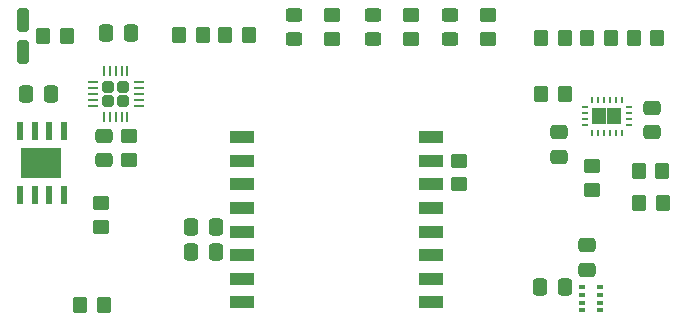
<source format=gbr>
%TF.GenerationSoftware,KiCad,Pcbnew,(6.0.1-0)*%
%TF.CreationDate,2022-01-30T18:46:34+01:00*%
%TF.ProjectId,Pico_LoRa,5069636f-5f4c-46f5-9261-2e6b69636164,1.1*%
%TF.SameCoordinates,Original*%
%TF.FileFunction,Paste,Top*%
%TF.FilePolarity,Positive*%
%FSLAX46Y46*%
G04 Gerber Fmt 4.6, Leading zero omitted, Abs format (unit mm)*
G04 Created by KiCad (PCBNEW (6.0.1-0)) date 2022-01-30 18:46:34*
%MOMM*%
%LPD*%
G01*
G04 APERTURE LIST*
G04 Aperture macros list*
%AMRoundRect*
0 Rectangle with rounded corners*
0 $1 Rounding radius*
0 $2 $3 $4 $5 $6 $7 $8 $9 X,Y pos of 4 corners*
0 Add a 4 corners polygon primitive as box body*
4,1,4,$2,$3,$4,$5,$6,$7,$8,$9,$2,$3,0*
0 Add four circle primitives for the rounded corners*
1,1,$1+$1,$2,$3*
1,1,$1+$1,$4,$5*
1,1,$1+$1,$6,$7*
1,1,$1+$1,$8,$9*
0 Add four rect primitives between the rounded corners*
20,1,$1+$1,$2,$3,$4,$5,0*
20,1,$1+$1,$4,$5,$6,$7,0*
20,1,$1+$1,$6,$7,$8,$9,0*
20,1,$1+$1,$8,$9,$2,$3,0*%
G04 Aperture macros list end*
%ADD10RoundRect,0.250000X0.450000X-0.325000X0.450000X0.325000X-0.450000X0.325000X-0.450000X-0.325000X0*%
%ADD11RoundRect,0.250000X0.350000X0.450000X-0.350000X0.450000X-0.350000X-0.450000X0.350000X-0.450000X0*%
%ADD12RoundRect,0.250000X-0.350000X-0.450000X0.350000X-0.450000X0.350000X0.450000X-0.350000X0.450000X0*%
%ADD13RoundRect,0.250000X-0.450000X0.350000X-0.450000X-0.350000X0.450000X-0.350000X0.450000X0.350000X0*%
%ADD14RoundRect,0.250000X-0.250000X-0.750000X0.250000X-0.750000X0.250000X0.750000X-0.250000X0.750000X0*%
%ADD15R,0.200000X0.600000*%
%ADD16R,0.600000X0.200000*%
%ADD17R,1.150000X1.470000*%
%ADD18RoundRect,0.250000X-0.475000X0.337500X-0.475000X-0.337500X0.475000X-0.337500X0.475000X0.337500X0*%
%ADD19RoundRect,0.250000X0.450000X-0.350000X0.450000X0.350000X-0.450000X0.350000X-0.450000X-0.350000X0*%
%ADD20RoundRect,0.250000X-0.337500X-0.475000X0.337500X-0.475000X0.337500X0.475000X-0.337500X0.475000X0*%
%ADD21R,0.500000X0.350000*%
%ADD22R,2.000000X1.000000*%
%ADD23RoundRect,0.250000X0.475000X-0.337500X0.475000X0.337500X-0.475000X0.337500X-0.475000X-0.337500X0*%
%ADD24RoundRect,0.250000X0.255000X-0.255000X0.255000X0.255000X-0.255000X0.255000X-0.255000X-0.255000X0*%
%ADD25RoundRect,0.062500X0.062500X-0.350000X0.062500X0.350000X-0.062500X0.350000X-0.062500X-0.350000X0*%
%ADD26RoundRect,0.062500X0.350000X-0.062500X0.350000X0.062500X-0.350000X0.062500X-0.350000X-0.062500X0*%
%ADD27RoundRect,0.250000X0.337500X0.475000X-0.337500X0.475000X-0.337500X-0.475000X0.337500X-0.475000X0*%
%ADD28R,0.610000X1.600000*%
%ADD29R,3.510000X2.620000*%
G04 APERTURE END LIST*
D10*
%TO.C,D3*%
X110600000Y-84975000D03*
X110600000Y-82925000D03*
%TD*%
D11*
%TO.C,R14*%
X120350000Y-89625000D03*
X118350000Y-89625000D03*
%TD*%
D12*
%TO.C,R17*%
X126625000Y-96175000D03*
X128625000Y-96175000D03*
%TD*%
D13*
%TO.C,R8*%
X100675000Y-82950000D03*
X100675000Y-84950000D03*
%TD*%
D14*
%TO.C,B+1*%
X74475000Y-83325000D03*
%TD*%
D12*
%TO.C,R1*%
X79325000Y-107500000D03*
X81325000Y-107500000D03*
%TD*%
D15*
%TO.C,IC3*%
X122675000Y-92925000D03*
X123175000Y-92925000D03*
X123675000Y-92925000D03*
X124175000Y-92925000D03*
X124675000Y-92925000D03*
X125175000Y-92925000D03*
D16*
X125825000Y-92260000D03*
X125825000Y-91760000D03*
X125825000Y-91260000D03*
X125825000Y-90760000D03*
D15*
X125175000Y-90125000D03*
X124675000Y-90125000D03*
X124175000Y-90125000D03*
X123675000Y-90125000D03*
X123175000Y-90125000D03*
X122675000Y-90125000D03*
D16*
X122025000Y-90760000D03*
X122025000Y-91260000D03*
X122025000Y-91760000D03*
X122025000Y-92260000D03*
D17*
X123290000Y-91525000D03*
X124550000Y-91525000D03*
%TD*%
D10*
%TO.C,D2*%
X97425000Y-84975000D03*
X97425000Y-82925000D03*
%TD*%
D18*
%TO.C,C9*%
X119850000Y-92862500D03*
X119850000Y-94937500D03*
%TD*%
D12*
%TO.C,R16*%
X126675000Y-98850000D03*
X128675000Y-98850000D03*
%TD*%
D19*
%TO.C,R15*%
X122700000Y-97750000D03*
X122700000Y-95750000D03*
%TD*%
D20*
%TO.C,C3*%
X88737500Y-103000000D03*
X90812500Y-103000000D03*
%TD*%
D11*
%TO.C,R12*%
X124275000Y-84875000D03*
X122275000Y-84875000D03*
%TD*%
D21*
%TO.C,U2*%
X123375000Y-106000000D03*
X123375000Y-106650000D03*
X123375000Y-107300000D03*
X123375000Y-107950000D03*
X121775000Y-107950000D03*
X121775000Y-107300000D03*
X121775000Y-106650000D03*
X121775000Y-106000000D03*
%TD*%
D11*
%TO.C,R11*%
X128200000Y-84875000D03*
X126200000Y-84875000D03*
%TD*%
D18*
%TO.C,C7*%
X127700000Y-90775000D03*
X127700000Y-92850000D03*
%TD*%
D22*
%TO.C,U3*%
X109025000Y-107275000D03*
X109025000Y-105275000D03*
X109025000Y-103275000D03*
X109025000Y-101275000D03*
X109025000Y-99275000D03*
X109025000Y-97275000D03*
X109025000Y-95275000D03*
X109025000Y-93275000D03*
X93025000Y-93275000D03*
X93025000Y-95275000D03*
X93025000Y-97275000D03*
X93025000Y-99275000D03*
X93025000Y-101275000D03*
X93025000Y-103275000D03*
X93025000Y-105275000D03*
X93025000Y-107275000D03*
%TD*%
D13*
%TO.C,R2*%
X111400000Y-95275000D03*
X111400000Y-97275000D03*
%TD*%
D11*
%TO.C,R13*%
X120350000Y-84875000D03*
X118350000Y-84875000D03*
%TD*%
D20*
%TO.C,C6*%
X81537500Y-84450000D03*
X83612500Y-84450000D03*
%TD*%
D13*
%TO.C,R5*%
X83475000Y-93200000D03*
X83475000Y-95200000D03*
%TD*%
D23*
%TO.C,C2*%
X122250000Y-104487500D03*
X122250000Y-102412500D03*
%TD*%
D18*
%TO.C,C5*%
X81300000Y-93162500D03*
X81300000Y-95237500D03*
%TD*%
D12*
%TO.C,R3*%
X87700000Y-84625000D03*
X89700000Y-84625000D03*
%TD*%
%TO.C,R4*%
X91600000Y-84625000D03*
X93600000Y-84625000D03*
%TD*%
D14*
%TO.C,B-1*%
X74475000Y-86100000D03*
%TD*%
D20*
%TO.C,C8*%
X74762500Y-89650000D03*
X76837500Y-89650000D03*
%TD*%
%TO.C,C4*%
X88737500Y-100900000D03*
X90812500Y-100900000D03*
%TD*%
D24*
%TO.C,IC1*%
X82950000Y-89000000D03*
X81700000Y-90250000D03*
X81700000Y-89000000D03*
X82950000Y-90250000D03*
D25*
X81325000Y-91562500D03*
X81825000Y-91562500D03*
X82325000Y-91562500D03*
X82825000Y-91562500D03*
X83325000Y-91562500D03*
D26*
X84262500Y-90625000D03*
X84262500Y-90125000D03*
X84262500Y-89625000D03*
X84262500Y-89125000D03*
X84262500Y-88625000D03*
D25*
X83325000Y-87687500D03*
X82825000Y-87687500D03*
X82325000Y-87687500D03*
X81825000Y-87687500D03*
X81325000Y-87687500D03*
D26*
X80387500Y-88625000D03*
X80387500Y-89125000D03*
X80387500Y-89625000D03*
X80387500Y-90125000D03*
X80387500Y-90625000D03*
%TD*%
D13*
%TO.C,R9*%
X113850000Y-82950000D03*
X113850000Y-84950000D03*
%TD*%
D27*
%TO.C,C1*%
X120337500Y-106000000D03*
X118262500Y-106000000D03*
%TD*%
D13*
%TO.C,R6*%
X81100000Y-98850000D03*
X81100000Y-100850000D03*
%TD*%
D10*
%TO.C,D1*%
X104075000Y-84975000D03*
X104075000Y-82925000D03*
%TD*%
D13*
%TO.C,R7*%
X107300000Y-82950000D03*
X107300000Y-84950000D03*
%TD*%
D11*
%TO.C,R10*%
X78175000Y-84700000D03*
X76175000Y-84700000D03*
%TD*%
D28*
%TO.C,IC2*%
X74225000Y-98150000D03*
X75475000Y-98150000D03*
X76725000Y-98150000D03*
X77975000Y-98150000D03*
X77975000Y-92750000D03*
X76725000Y-92750000D03*
X75475000Y-92750000D03*
X74225000Y-92750000D03*
D29*
X75980000Y-95450000D03*
%TD*%
M02*

</source>
